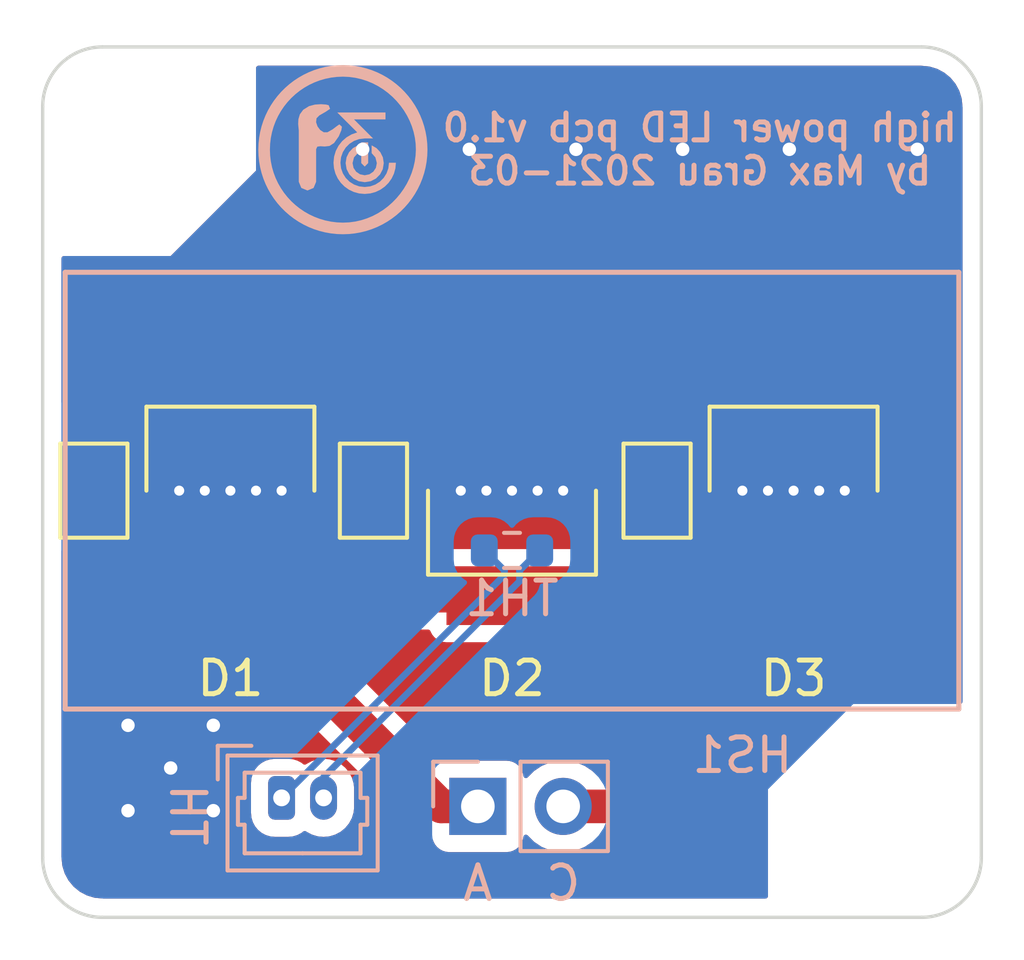
<source format=kicad_pcb>
(kicad_pcb (version 20171130) (host pcbnew 5.1.9-73d0e3b20d~88~ubuntu20.04.1)

  (general
    (thickness 1.6)
    (drawings 9)
    (tracks 46)
    (zones 0)
    (modules 13)
    (nets 8)
  )

  (page A4)
  (layers
    (0 F.Cu signal)
    (31 B.Cu signal)
    (32 B.Adhes user hide)
    (33 F.Adhes user hide)
    (34 B.Paste user hide)
    (35 F.Paste user hide)
    (36 B.SilkS user)
    (37 F.SilkS user)
    (38 B.Mask user hide)
    (39 F.Mask user hide)
    (40 Dwgs.User user)
    (41 Cmts.User user)
    (42 Eco1.User user)
    (43 Eco2.User user)
    (44 Edge.Cuts user)
    (45 Margin user)
    (46 B.CrtYd user)
    (47 F.CrtYd user)
    (48 B.Fab user hide)
    (49 F.Fab user hide)
  )

  (setup
    (last_trace_width 0.25)
    (user_trace_width 0.5)
    (user_trace_width 1)
    (trace_clearance 0.2)
    (zone_clearance 0.508)
    (zone_45_only no)
    (trace_min 0.2)
    (via_size 0.8)
    (via_drill 0.4)
    (via_min_size 0.4)
    (via_min_drill 0.3)
    (uvia_size 0.3)
    (uvia_drill 0.1)
    (uvias_allowed no)
    (uvia_min_size 0.2)
    (uvia_min_drill 0.1)
    (edge_width 0.1)
    (segment_width 0.2)
    (pcb_text_width 0.3)
    (pcb_text_size 1.5 1.5)
    (mod_edge_width 0.15)
    (mod_text_size 1 1)
    (mod_text_width 0.15)
    (pad_size 1.524 1.524)
    (pad_drill 0.762)
    (pad_to_mask_clearance 0)
    (aux_axis_origin 0 0)
    (grid_origin 134.874 104.14)
    (visible_elements FFFFFF7F)
    (pcbplotparams
      (layerselection 0x010fc_ffffffff)
      (usegerberextensions false)
      (usegerberattributes true)
      (usegerberadvancedattributes true)
      (creategerberjobfile true)
      (excludeedgelayer true)
      (linewidth 0.100000)
      (plotframeref false)
      (viasonmask false)
      (mode 1)
      (useauxorigin false)
      (hpglpennumber 1)
      (hpglpenspeed 20)
      (hpglpendiameter 15.000000)
      (psnegative false)
      (psa4output false)
      (plotreference true)
      (plotvalue true)
      (plotinvisibletext false)
      (padsonsilk false)
      (subtractmaskfromsilk false)
      (outputformat 1)
      (mirror false)
      (drillshape 1)
      (scaleselection 1)
      (outputdirectory ""))
  )

  (net 0 "")
  (net 1 "Net-(D1-Pad3)")
  (net 2 "Net-(D1-Pad1)")
  (net 3 "Net-(D2-Pad1)")
  (net 4 /Anode)
  (net 5 /Cathode)
  (net 6 /TH-)
  (net 7 /TH+)

  (net_class Default "This is the default net class."
    (clearance 0.2)
    (trace_width 0.25)
    (via_dia 0.8)
    (via_drill 0.4)
    (uvia_dia 0.3)
    (uvia_drill 0.1)
    (add_net /Anode)
    (add_net /Cathode)
    (add_net /TH+)
    (add_net /TH-)
    (add_net "Net-(D1-Pad1)")
    (add_net "Net-(D1-Pad3)")
    (add_net "Net-(D2-Pad1)")
  )

  (module extraFootprints:netz39-logo (layer B.Cu) (tedit 603E9229) (tstamp 603EF5D1)
    (at 129.794 93.98 180)
    (descr "Converted using: svg2mod -i netz39-logo-final.svg -f 0.075")
    (tags svg2mod)
    (attr virtual)
    (fp_text reference svg2mod (at 0 4.191 180) (layer B.SilkS) hide
      (effects (font (size 1.524 1.524) (thickness 0.3048)) (justify mirror))
    )
    (fp_text value G*** (at 0 -8.542312 180) (layer B.SilkS) hide
      (effects (font (size 1.524 1.524) (thickness 0.3048)) (justify mirror))
    )
    (fp_poly (pts (xy -0.046037 2.507907) (xy -1.093032 1.881237) (xy -0.933792 1.963832) (xy -0.767548 2.033279)
      (xy -0.594976 2.088744) (xy -0.41675 2.129394) (xy -0.233545 2.154394) (xy -0.046037 2.162913)
      (xy 0.132127 2.155709) (xy 0.30632 2.13447) (xy 0.475982 2.099755) (xy 0.640556 2.052124)
      (xy 0.799483 1.992136) (xy 0.952204 1.920352) (xy 1.098161 1.837332) (xy 1.236795 1.743634)
      (xy 1.367548 1.639818) (xy 1.489861 1.526445) (xy 1.603177 1.404073) (xy 1.706935 1.273263)
      (xy 1.800578 1.134574) (xy 1.883548 0.988566) (xy 1.955285 0.835799) (xy 2.015232 0.676831)
      (xy 2.062829 0.512224) (xy 2.097519 0.342536) (xy 2.118742 0.168327) (xy 2.125941 -0.009843)
      (xy 2.118743 -0.187979) (xy 2.097522 -0.362095) (xy 2.062836 -0.531641) (xy 2.015244 -0.696066)
      (xy 1.955303 -0.85482) (xy 1.883571 -1.007355) (xy 1.800608 -1.153119) (xy 1.706971 -1.291564)
      (xy 1.603218 -1.422139) (xy 1.489908 -1.544295) (xy 1.367599 -1.657481) (xy 1.236849 -1.761148)
      (xy 1.098216 -1.854747) (xy 0.952259 -1.937726) (xy 0.799535 -2.009538) (xy 0.640604 -2.06963)
      (xy 0.476022 -2.117455) (xy 0.30635 -2.152461) (xy 0.132144 -2.1741) (xy -0.046037 -2.18182)
      (xy -0.233431 -2.173854) (xy -0.416282 -2.1493) (xy -0.593959 -2.108999) (xy -0.765832 -2.053794)
      (xy -0.93127 -1.984526) (xy -1.089644 -1.902038) (xy -1.240323 -1.807173) (xy -1.382676 -1.700772)
      (xy -1.516074 -1.583676) (xy -1.639885 -1.45673) (xy -1.753479 -1.320774) (xy -1.856227 -1.176651)
      (xy -1.947497 -1.025202) (xy -2.026659 -0.867271) (xy -2.093084 -0.703698) (xy -2.14614 -0.535327)
      (xy -2.185197 -0.363) (xy -2.209624 -0.187557) (xy -2.218793 -0.009843) (xy -2.212008 0.167848)
      (xy -2.189446 0.343223) (xy -2.151783 0.515451) (xy -2.099693 0.683697) (xy -2.033852 0.847128)
      (xy -1.954933 1.004911) (xy -1.863612 1.156212) (xy -1.760564 1.300198) (xy -1.646463 1.436036)
      (xy -1.521985 1.562892) (xy -1.387804 1.679933) (xy -1.244594 1.786326) (xy -1.093032 1.881237)
      (xy -0.046037 2.507907) (xy -0.225839 2.501585) (xy -0.40223 2.482903) (xy -0.574783 2.452288)
      (xy -0.743073 2.410166) (xy -0.906673 2.356962) (xy -1.065158 2.293103) (xy -1.218101 2.219014)
      (xy -1.365075 2.135123) (xy -1.505656 2.041855) (xy -1.639417 1.939636) (xy -1.765931 1.828893)
      (xy -1.884773 1.710051) (xy -1.995517 1.583537) (xy -2.097735 1.449776) (xy -2.191003 1.309195)
      (xy -2.274895 1.162221) (xy -2.348983 1.009278) (xy -2.412842 0.850793) (xy -2.466046 0.687193)
      (xy -2.508168 0.518903) (xy -2.538784 0.34635) (xy -2.557465 0.169959) (xy -2.563787 -0.009843)
      (xy -2.557465 -0.189645) (xy -2.538784 -0.366035) (xy -2.508168 -0.538589) (xy -2.466046 -0.706878)
      (xy -2.412842 -0.870479) (xy -2.348983 -1.028963) (xy -2.274895 -1.181906) (xy -2.191003 -1.328881)
      (xy -2.097735 -1.469461) (xy -1.995517 -1.603222) (xy -1.884773 -1.729736) (xy -1.765931 -1.848578)
      (xy -1.639417 -1.959322) (xy -1.505656 -2.06154) (xy -1.365075 -2.154808) (xy -1.218101 -2.2387)
      (xy -1.065158 -2.312788) (xy -0.906673 -2.376647) (xy -0.743073 -2.429851) (xy -0.574783 -2.471973)
      (xy -0.40223 -2.502588) (xy -0.225839 -2.52127) (xy -0.046037 -2.527592) (xy 0.133764 -2.52127)
      (xy 0.310155 -2.502588) (xy 0.482708 -2.471973) (xy 0.650998 -2.429851) (xy 0.814598 -2.376647)
      (xy 0.973083 -2.312788) (xy 1.126026 -2.2387) (xy 1.273 -2.154808) (xy 1.413581 -2.06154)
      (xy 1.547342 -1.959322) (xy 1.673856 -1.848578) (xy 1.792698 -1.729736) (xy 1.903442 -1.603222)
      (xy 2.00566 -1.469461) (xy 2.098928 -1.328881) (xy 2.18282 -1.181906) (xy 2.256908 -1.028963)
      (xy 2.320767 -0.870479) (xy 2.373971 -0.706878) (xy 2.416094 -0.538589) (xy 2.446709 -0.366035)
      (xy 2.46539 -0.189645) (xy 2.471712 -0.009843) (xy 2.46539 0.169959) (xy 2.446709 0.34635)
      (xy 2.416094 0.518903) (xy 2.373971 0.687193) (xy 2.320767 0.850793) (xy 2.256908 1.009278)
      (xy 2.18282 1.162221) (xy 2.098928 1.309195) (xy 2.00566 1.449776) (xy 1.903442 1.583537)
      (xy 1.792698 1.710051) (xy 1.673856 1.828893) (xy 1.547342 1.939636) (xy 1.413581 2.041855)
      (xy 1.273 2.135123) (xy 1.126026 2.219014) (xy 0.973083 2.293103) (xy 0.814598 2.356962)
      (xy 0.650998 2.410166) (xy 0.482708 2.452288) (xy 0.310155 2.482903) (xy 0.133764 2.501585)
      (xy -0.046037 2.507907)) (layer B.SilkS) (width 0))
    (fp_poly (pts (xy 0.604843 1.343698) (xy 0.456615 1.333127) (xy 0.376652 1.313165) (xy 0.334871 1.205498)
      (xy 0.465127 1.118188) (xy 0.654659 1.008643) (xy 0.738685 0.923853) (xy 0.751306 0.806761)
      (xy 0.708815 0.682003) (xy 0.627508 0.574212) (xy 0.523675 0.508024) (xy 0.413613 0.508071)
      (xy 0.260145 0.594671) (xy 0.129571 0.694312) (xy 0.058471 0.742689) (xy -0.01786 0.673589)
      (xy -0.000194 0.567352) (xy 0.075821 0.386903) (xy 0.215955 0.187479) (xy 0.351757 0.100519)
      (xy 0.494297 0.083801) (xy 0.622368 0.092084) (xy 0.714763 0.080123) (xy 0.750274 0.002677)
      (xy 0.750274 -0.967133) (xy 0.825997 -1.14968) (xy 1.008595 -1.225279) (xy 1.191194 -1.14968)
      (xy 1.266917 -0.967133) (xy 1.266917 0.271845) (xy 1.266917 0.561101) (xy 1.274732 0.639872)
      (xy 1.285106 0.756967) (xy 1.278429 0.896288) (xy 1.235089 1.04174) (xy 1.135478 1.177227)
      (xy 0.959984 1.28665) (xy 0.785003 1.332127) (xy 0.604843 1.343698)) (layer B.SilkS) (width 0))
    (fp_poly (pts (xy -0.696004 -0.513649) (xy -0.592354 -0.409999) (xy -0.592354 0.208686) (xy -0.79885 0.208686)
      (xy -0.79885 -0.409999) (xy -0.696004 -0.513649)) (layer B.SilkS) (width 0))
    (fp_poly (pts (xy -0.696004 -0.978065) (xy -0.516511 -0.94909) (xy -0.360579 -0.868417) (xy -0.237586 -0.745425)
      (xy -0.156913 -0.589493) (xy -0.127938 -0.409999) (xy -0.154685 -0.237433) (xy -0.229393 -0.086305)
      (xy -0.343767 0.03515) (xy -0.489508 0.118696) (xy -0.489508 -0.114316) (xy -0.376819 -0.240518)
      (xy -0.334434 -0.409999) (xy -0.362868 -0.55068) (xy -0.440388 -0.665615) (xy -0.555323 -0.743135)
      (xy -0.696004 -0.771569) (xy -0.836559 -0.743135) (xy -0.951218 -0.665615) (xy -1.028462 -0.55068)
      (xy -1.05677 -0.409999) (xy -1.014603 -0.240606) (xy -0.9025 -0.114316) (xy -0.9025 0.118696)
      (xy -1.048023 0.03515) (xy -1.16213 -0.086305) (xy -1.236614 -0.237433) (xy -1.263266 -0.409999)
      (xy -1.234375 -0.589493) (xy -1.153901 -0.745425) (xy -1.031146 -0.868417) (xy -0.875414 -0.94909)
      (xy -0.696004 -0.978065)) (layer B.SilkS) (width 0))
    (fp_poly (pts (xy -1.31469 1.097831) (xy -1.31469 0.891334) (xy -0.377019 0.891334) (xy -0.490495 0.777744)
      (xy -0.604038 0.664221) (xy -0.717649 0.550767) (xy -0.831331 0.437383) (xy -0.945085 0.324072)
      (xy -0.695201 0.324072) (xy -0.529523 0.304959) (xy -0.377463 0.250523) (xy -0.243347 0.165119)
      (xy -0.131502 0.053103) (xy -0.046255 -0.08117) (xy 0.008066 -0.233345) (xy 0.027135 -0.399067)
      (xy 0.008066 -0.564744) (xy -0.046255 -0.716805) (xy -0.131502 -0.850921) (xy -0.243347 -0.962766)
      (xy -0.377463 -1.048013) (xy -0.529523 -1.102334) (xy -0.695201 -1.121403) (xy -0.860922 -1.102334)
      (xy -1.013097 -1.048013) (xy -1.147371 -0.962766) (xy -1.259387 -0.850921) (xy -1.34479 -0.716805)
      (xy -1.399226 -0.564744) (xy -1.41834 -0.399067) (xy -1.624836 -0.399067) (xy -1.609849 -0.566065)
      (xy -1.566642 -0.723227) (xy -1.497848 -0.867933) (xy -1.406101 -0.997564) (xy -1.294032 -1.109499)
      (xy -1.164275 -1.20112) (xy -1.019462 -1.269807) (xy -0.862226 -1.31294) (xy -0.695201 -1.327899)
      (xy -0.528202 -1.31294) (xy -0.371041 -1.269807) (xy -0.226335 -1.20112) (xy -0.096704 -1.109499)
      (xy 0.015231 -0.997564) (xy 0.106852 -0.867933) (xy 0.175539 -0.723227) (xy 0.218672 -0.566065)
      (xy 0.233631 -0.399067) (xy 0.215793 -0.216866) (xy 0.164562 -0.046636) (xy 0.083362 0.10817)
      (xy -0.024382 0.244096) (xy -0.155246 0.357688) (xy -0.305805 0.445492) (xy -0.472634 0.504053)
      (xy 0.121947 1.097831) (xy -1.31469 1.097831)) (layer B.SilkS) (width 0))
  )

  (module Heatsink:Heatsink_AAVID_573300D00010G_TO-263 (layer B.Cu) (tedit 5BE6CFB0) (tstamp 603E8334)
    (at 134.874 104.14 180)
    (descr "Heatsink, 12.70mm x 26.16mm x 10.16, SMD, 18K/W, TO-263, D2 Pak, https://www.shopaavid.com/Product/573300D00000G")
    (tags "Heatsink AAVID TO-263 D2 Pak")
    (path /602B8592)
    (attr smd)
    (fp_text reference HS1 (at -6.858 -7.874) (layer B.SilkS)
      (effects (font (size 1 1) (thickness 0.15)) (justify mirror))
    )
    (fp_text value Heatsink_Pad (at 0 -8) (layer B.Fab)
      (effects (font (size 1 1) (thickness 0.15)) (justify mirror))
    )
    (fp_line (start -13.5 7.2) (end -13.5 -7.2) (layer B.CrtYd) (width 0.05))
    (fp_line (start -13.5 -7.2) (end 13.5 -7.2) (layer B.CrtYd) (width 0.05))
    (fp_line (start 13.5 -7.2) (end 13.5 7.2) (layer B.CrtYd) (width 0.05))
    (fp_line (start 13.5 7.2) (end -13.5 7.2) (layer B.CrtYd) (width 0.05))
    (fp_line (start -8.15 -7.1) (end 8.15 -7.1) (layer Dwgs.User) (width 0.15))
    (fp_line (start 8.15 -7.1) (end 8.15 7.1) (layer Dwgs.User) (width 0.15))
    (fp_line (start -8.15 -7.1) (end -8.15 7.1) (layer Dwgs.User) (width 0.15))
    (fp_line (start -8.15 7.1) (end 8.15 7.1) (layer Dwgs.User) (width 0.15))
    (fp_line (start -13.3 -6.5) (end 13.3 -6.5) (layer B.SilkS) (width 0.15))
    (fp_line (start -13.3 6.5) (end 13.3 6.5) (layer B.SilkS) (width 0.15))
    (fp_line (start -13.3 -6.5) (end -13.3 6.5) (layer B.SilkS) (width 0.15))
    (fp_line (start 13.3 6.5) (end 13.3 -6.5) (layer B.SilkS) (width 0.15))
    (fp_line (start 7.5 -6.35) (end 7.5 6.35) (layer B.Fab) (width 0.15))
    (fp_line (start -7.5 -6.35) (end -7.5 6.35) (layer B.Fab) (width 0.15))
    (fp_line (start 6.35 -6.35) (end 6.35 6.35) (layer B.Fab) (width 0.15))
    (fp_line (start -6.35 -6.35) (end -6.35 6.35) (layer B.Fab) (width 0.15))
    (fp_line (start 13.08 6.35) (end 13.08 -6.35) (layer B.Fab) (width 0.15))
    (fp_line (start -13.08 -6.35) (end -13.08 6.35) (layer B.Fab) (width 0.15))
    (fp_line (start -13.08 6.35) (end 13.08 6.35) (layer B.Fab) (width 0.15))
    (fp_line (start -13.08 -6.35) (end 13.08 -6.35) (layer B.Fab) (width 0.15))
    (fp_text user Recommended (at 0.24 4.84) (layer Dwgs.User)
      (effects (font (size 1 1) (thickness 0.15)))
    )
    (fp_text user "Heat Spreader" (at 0.32 3.39) (layer Dwgs.User)
      (effects (font (size 1 1) (thickness 0.15)))
    )
    (fp_text user "Drain Pad" (at -1.32 1.94) (layer Dwgs.User)
      (effects (font (size 1 1) (thickness 0.15)))
    )
    (fp_text user %R (at 0.75 -0.07) (layer B.Fab)
      (effects (font (size 1 1) (thickness 0.15)) (justify mirror))
    )
    (pad 1 smd rect (at -6.92 0 180) (size 1.85 13.7) (layers B.Cu B.Paste B.Mask)
      (net 1 "Net-(D1-Pad3)"))
    (pad 1 smd rect (at 6.92 0 180) (size 1.85 13.7) (layers B.Cu B.Paste B.Mask)
      (net 1 "Net-(D1-Pad3)"))
    (model ${KISYS3DMOD}/Heatsink.3dshapes/Heatsink_AAVID_573300D00010G_TO-263.wrl
      (at (xyz 0 0 0))
      (scale (xyz 1 1 1))
      (rotate (xyz 0 0 0))
    )
  )

  (module Connector_PinHeader_2.54mm:PinHeader_1x02_P2.54mm_Vertical (layer B.Cu) (tedit 59FED5CC) (tstamp 603E817D)
    (at 133.858 113.538 270)
    (descr "Through hole straight pin header, 1x02, 2.54mm pitch, single row")
    (tags "Through hole pin header THT 1x02 2.54mm single row")
    (path /602C1EF5)
    (fp_text reference J1 (at 0 2.33 270) (layer B.SilkS) hide
      (effects (font (size 1 1) (thickness 0.15)) (justify mirror))
    )
    (fp_text value LED (at 0 -4.87 270) (layer B.Fab)
      (effects (font (size 1 1) (thickness 0.15)) (justify mirror))
    )
    (fp_line (start 1.8 1.8) (end -1.8 1.8) (layer B.CrtYd) (width 0.05))
    (fp_line (start 1.8 -4.35) (end 1.8 1.8) (layer B.CrtYd) (width 0.05))
    (fp_line (start -1.8 -4.35) (end 1.8 -4.35) (layer B.CrtYd) (width 0.05))
    (fp_line (start -1.8 1.8) (end -1.8 -4.35) (layer B.CrtYd) (width 0.05))
    (fp_line (start -1.33 1.33) (end 0 1.33) (layer B.SilkS) (width 0.12))
    (fp_line (start -1.33 0) (end -1.33 1.33) (layer B.SilkS) (width 0.12))
    (fp_line (start -1.33 -1.27) (end 1.33 -1.27) (layer B.SilkS) (width 0.12))
    (fp_line (start 1.33 -1.27) (end 1.33 -3.87) (layer B.SilkS) (width 0.12))
    (fp_line (start -1.33 -1.27) (end -1.33 -3.87) (layer B.SilkS) (width 0.12))
    (fp_line (start -1.33 -3.87) (end 1.33 -3.87) (layer B.SilkS) (width 0.12))
    (fp_line (start -1.27 0.635) (end -0.635 1.27) (layer B.Fab) (width 0.1))
    (fp_line (start -1.27 -3.81) (end -1.27 0.635) (layer B.Fab) (width 0.1))
    (fp_line (start 1.27 -3.81) (end -1.27 -3.81) (layer B.Fab) (width 0.1))
    (fp_line (start 1.27 1.27) (end 1.27 -3.81) (layer B.Fab) (width 0.1))
    (fp_line (start -0.635 1.27) (end 1.27 1.27) (layer B.Fab) (width 0.1))
    (fp_text user %R (at 0 -1.27) (layer B.Fab)
      (effects (font (size 1 1) (thickness 0.15)) (justify mirror))
    )
    (fp_text user A (at 2.286 0) (layer B.SilkS)
      (effects (font (size 1 1) (thickness 0.15)) (justify mirror))
    )
    (fp_text user C (at 2.286 -2.54 180) (layer B.SilkS)
      (effects (font (size 1 1) (thickness 0.15)) (justify mirror))
    )
    (pad 2 thru_hole oval (at 0 -2.54 270) (size 1.7 1.7) (drill 1) (layers *.Cu *.Mask)
      (net 5 /Cathode))
    (pad 1 thru_hole rect (at 0 0 270) (size 1.7 1.7) (drill 1) (layers *.Cu *.Mask)
      (net 4 /Anode))
    (model ${KISYS3DMOD}/Connector_PinHeader_2.54mm.3dshapes/PinHeader_1x02_P2.54mm_Vertical.wrl
      (at (xyz 0 0 0))
      (scale (xyz 1 1 1))
      (rotate (xyz 0 0 0))
    )
  )

  (module Resistor_SMD:R_0603_1608Metric (layer B.Cu) (tedit 5F68FEEE) (tstamp 603E81F2)
    (at 134.874 105.918)
    (descr "Resistor SMD 0603 (1608 Metric), square (rectangular) end terminal, IPC_7351 nominal, (Body size source: IPC-SM-782 page 72, https://www.pcb-3d.com/wordpress/wp-content/uploads/ipc-sm-782a_amendment_1_and_2.pdf), generated with kicad-footprint-generator")
    (tags resistor)
    (path /602BA374)
    (attr smd)
    (fp_text reference TH1 (at 0 1.43) (layer B.SilkS)
      (effects (font (size 1 1) (thickness 0.15)) (justify mirror))
    )
    (fp_text value Thermistor (at 0 -1.43) (layer B.Fab)
      (effects (font (size 1 1) (thickness 0.15)) (justify mirror))
    )
    (fp_line (start -0.8 -0.4125) (end -0.8 0.4125) (layer B.Fab) (width 0.1))
    (fp_line (start -0.8 0.4125) (end 0.8 0.4125) (layer B.Fab) (width 0.1))
    (fp_line (start 0.8 0.4125) (end 0.8 -0.4125) (layer B.Fab) (width 0.1))
    (fp_line (start 0.8 -0.4125) (end -0.8 -0.4125) (layer B.Fab) (width 0.1))
    (fp_line (start -0.237258 0.5225) (end 0.237258 0.5225) (layer B.SilkS) (width 0.12))
    (fp_line (start -0.237258 -0.5225) (end 0.237258 -0.5225) (layer B.SilkS) (width 0.12))
    (fp_line (start -1.48 -0.73) (end -1.48 0.73) (layer B.CrtYd) (width 0.05))
    (fp_line (start -1.48 0.73) (end 1.48 0.73) (layer B.CrtYd) (width 0.05))
    (fp_line (start 1.48 0.73) (end 1.48 -0.73) (layer B.CrtYd) (width 0.05))
    (fp_line (start 1.48 -0.73) (end -1.48 -0.73) (layer B.CrtYd) (width 0.05))
    (fp_text user %R (at 0 0) (layer B.Fab)
      (effects (font (size 0.4 0.4) (thickness 0.06)) (justify mirror))
    )
    (pad 2 smd roundrect (at 0.825 0) (size 0.8 0.95) (layers B.Cu B.Paste B.Mask) (roundrect_rratio 0.25)
      (net 6 /TH-))
    (pad 1 smd roundrect (at -0.825 0) (size 0.8 0.95) (layers B.Cu B.Paste B.Mask) (roundrect_rratio 0.25)
      (net 7 /TH+))
    (model ${KISYS3DMOD}/Resistor_SMD.3dshapes/R_0603_1608Metric.wrl
      (at (xyz 0 0 0))
      (scale (xyz 1 1 1))
      (rotate (xyz 0 0 0))
    )
  )

  (module Jumper:SolderJumper-2_P1.3mm_Open_TrianglePad1.0x1.5mm (layer F.Cu) (tedit 5A64794F) (tstamp 603E81E1)
    (at 139.192 104.14 90)
    (descr "SMD Solder Jumper, 1x1.5mm Triangular Pads, 0.3mm gap, open")
    (tags "solder jumper open")
    (path /602B5BED)
    (attr virtual)
    (fp_text reference JP3 (at 0 -1.8 90) (layer F.SilkS) hide
      (effects (font (size 1 1) (thickness 0.15)))
    )
    (fp_text value SolderJumper_2_Open (at 0 1.9 90) (layer F.Fab)
      (effects (font (size 1 1) (thickness 0.15)))
    )
    (fp_line (start -1.4 1) (end -1.4 -1) (layer F.SilkS) (width 0.12))
    (fp_line (start 1.4 1) (end -1.4 1) (layer F.SilkS) (width 0.12))
    (fp_line (start 1.4 -1) (end 1.4 1) (layer F.SilkS) (width 0.12))
    (fp_line (start -1.4 -1) (end 1.4 -1) (layer F.SilkS) (width 0.12))
    (fp_line (start -1.65 -1.25) (end 1.65 -1.25) (layer F.CrtYd) (width 0.05))
    (fp_line (start -1.65 -1.25) (end -1.65 1.25) (layer F.CrtYd) (width 0.05))
    (fp_line (start 1.65 1.25) (end 1.65 -1.25) (layer F.CrtYd) (width 0.05))
    (fp_line (start 1.65 1.25) (end -1.65 1.25) (layer F.CrtYd) (width 0.05))
    (pad 1 smd custom (at -0.725 0 90) (size 0.3 0.3) (layers F.Cu F.Mask)
      (net 3 "Net-(D2-Pad1)") (zone_connect 2)
      (options (clearance outline) (anchor rect))
      (primitives
        (gr_poly (pts
           (xy -0.5 -0.75) (xy 0.5 -0.75) (xy 1 0) (xy 0.5 0.75) (xy -0.5 0.75)
) (width 0))
      ))
    (pad 2 smd custom (at 0.725 0 90) (size 0.3 0.3) (layers F.Cu F.Mask)
      (net 5 /Cathode) (zone_connect 2)
      (options (clearance outline) (anchor rect))
      (primitives
        (gr_poly (pts
           (xy -0.65 -0.75) (xy 0.5 -0.75) (xy 0.5 0.75) (xy -0.65 0.75) (xy -0.15 0)
) (width 0))
      ))
  )

  (module Jumper:SolderJumper-2_P1.3mm_Open_TrianglePad1.0x1.5mm (layer F.Cu) (tedit 5A64794F) (tstamp 603E81D3)
    (at 130.75 104.14 270)
    (descr "SMD Solder Jumper, 1x1.5mm Triangular Pads, 0.3mm gap, open")
    (tags "solder jumper open")
    (path /602B419C)
    (attr virtual)
    (fp_text reference JP2 (at 0 -1.8 90) (layer F.SilkS) hide
      (effects (font (size 1 1) (thickness 0.15)))
    )
    (fp_text value SolderJumper_2_Open (at 0 1.9 90) (layer F.Fab)
      (effects (font (size 1 1) (thickness 0.15)))
    )
    (fp_line (start -1.4 1) (end -1.4 -1) (layer F.SilkS) (width 0.12))
    (fp_line (start 1.4 1) (end -1.4 1) (layer F.SilkS) (width 0.12))
    (fp_line (start 1.4 -1) (end 1.4 1) (layer F.SilkS) (width 0.12))
    (fp_line (start -1.4 -1) (end 1.4 -1) (layer F.SilkS) (width 0.12))
    (fp_line (start -1.65 -1.25) (end 1.65 -1.25) (layer F.CrtYd) (width 0.05))
    (fp_line (start -1.65 -1.25) (end -1.65 1.25) (layer F.CrtYd) (width 0.05))
    (fp_line (start 1.65 1.25) (end 1.65 -1.25) (layer F.CrtYd) (width 0.05))
    (fp_line (start 1.65 1.25) (end -1.65 1.25) (layer F.CrtYd) (width 0.05))
    (pad 1 smd custom (at -0.725 0 270) (size 0.3 0.3) (layers F.Cu F.Mask)
      (net 2 "Net-(D1-Pad1)") (zone_connect 2)
      (options (clearance outline) (anchor rect))
      (primitives
        (gr_poly (pts
           (xy -0.5 -0.75) (xy 0.5 -0.75) (xy 1 0) (xy 0.5 0.75) (xy -0.5 0.75)
) (width 0))
      ))
    (pad 2 smd custom (at 0.725 0 270) (size 0.3 0.3) (layers F.Cu F.Mask)
      (net 3 "Net-(D2-Pad1)") (zone_connect 2)
      (options (clearance outline) (anchor rect))
      (primitives
        (gr_poly (pts
           (xy -0.65 -0.75) (xy 0.5 -0.75) (xy 0.5 0.75) (xy -0.65 0.75) (xy -0.15 0)
) (width 0))
      ))
  )

  (module Jumper:SolderJumper-2_P1.3mm_Open_TrianglePad1.0x1.5mm (layer F.Cu) (tedit 5A64794F) (tstamp 603E81C5)
    (at 122.428 104.14 90)
    (descr "SMD Solder Jumper, 1x1.5mm Triangular Pads, 0.3mm gap, open")
    (tags "solder jumper open")
    (path /602B6896)
    (attr virtual)
    (fp_text reference JP1 (at 0 -1.8 90) (layer F.SilkS) hide
      (effects (font (size 1 1) (thickness 0.15)))
    )
    (fp_text value SolderJumper_2_Open (at 0 1.9 90) (layer F.Fab)
      (effects (font (size 1 1) (thickness 0.15)))
    )
    (fp_line (start -1.4 1) (end -1.4 -1) (layer F.SilkS) (width 0.12))
    (fp_line (start 1.4 1) (end -1.4 1) (layer F.SilkS) (width 0.12))
    (fp_line (start 1.4 -1) (end 1.4 1) (layer F.SilkS) (width 0.12))
    (fp_line (start -1.4 -1) (end 1.4 -1) (layer F.SilkS) (width 0.12))
    (fp_line (start -1.65 -1.25) (end 1.65 -1.25) (layer F.CrtYd) (width 0.05))
    (fp_line (start -1.65 -1.25) (end -1.65 1.25) (layer F.CrtYd) (width 0.05))
    (fp_line (start 1.65 1.25) (end 1.65 -1.25) (layer F.CrtYd) (width 0.05))
    (fp_line (start 1.65 1.25) (end -1.65 1.25) (layer F.CrtYd) (width 0.05))
    (pad 1 smd custom (at -0.725 0 90) (size 0.3 0.3) (layers F.Cu F.Mask)
      (net 4 /Anode) (zone_connect 2)
      (options (clearance outline) (anchor rect))
      (primitives
        (gr_poly (pts
           (xy -0.5 -0.75) (xy 0.5 -0.75) (xy 1 0) (xy 0.5 0.75) (xy -0.5 0.75)
) (width 0))
      ))
    (pad 2 smd custom (at 0.725 0 90) (size 0.3 0.3) (layers F.Cu F.Mask)
      (net 2 "Net-(D1-Pad1)") (zone_connect 2)
      (options (clearance outline) (anchor rect))
      (primitives
        (gr_poly (pts
           (xy -0.65 -0.75) (xy 0.5 -0.75) (xy 0.5 0.75) (xy -0.65 0.75) (xy -0.15 0)
) (width 0))
      ))
  )

  (module Connector_Molex:Molex_PicoBlade_53047-0210_1x02_P1.25mm_Vertical (layer B.Cu) (tedit 5B783167) (tstamp 603E81B7)
    (at 128.016 113.284)
    (descr "Molex PicoBlade Connector System, 53047-0210, 2 Pins per row (http://www.molex.com/pdm_docs/sd/530470610_sd.pdf), generated with kicad-footprint-generator")
    (tags "connector Molex PicoBlade side entry")
    (path /602C273F)
    (fp_text reference J2 (at 0.62 3.25) (layer B.SilkS) hide
      (effects (font (size 1 1) (thickness 0.15)) (justify mirror))
    )
    (fp_text value TH (at -2.794 0.508 -90 unlocked) (layer B.SilkS)
      (effects (font (size 1 1) (thickness 0.15)) (justify mirror))
    )
    (fp_line (start -1.5 2.05) (end -1.5 -1.15) (layer B.Fab) (width 0.1))
    (fp_line (start -1.5 -1.15) (end 2.75 -1.15) (layer B.Fab) (width 0.1))
    (fp_line (start 2.75 -1.15) (end 2.75 2.05) (layer B.Fab) (width 0.1))
    (fp_line (start 2.75 2.05) (end -1.5 2.05) (layer B.Fab) (width 0.1))
    (fp_line (start -1.61 2.16) (end -1.61 -1.26) (layer B.SilkS) (width 0.12))
    (fp_line (start -1.61 -1.26) (end 2.86 -1.26) (layer B.SilkS) (width 0.12))
    (fp_line (start 2.86 -1.26) (end 2.86 2.16) (layer B.SilkS) (width 0.12))
    (fp_line (start 2.86 2.16) (end -1.61 2.16) (layer B.SilkS) (width 0.12))
    (fp_line (start 0.625 -0.75) (end -1.1 -0.75) (layer B.SilkS) (width 0.12))
    (fp_line (start -1.1 -0.75) (end -1.1 0) (layer B.SilkS) (width 0.12))
    (fp_line (start -1.1 0) (end -1.3 0) (layer B.SilkS) (width 0.12))
    (fp_line (start -1.3 0) (end -1.3 0.8) (layer B.SilkS) (width 0.12))
    (fp_line (start -1.3 0.8) (end -1.1 0.8) (layer B.SilkS) (width 0.12))
    (fp_line (start -1.1 0.8) (end -1.1 1.65) (layer B.SilkS) (width 0.12))
    (fp_line (start -1.1 1.65) (end 0.625 1.65) (layer B.SilkS) (width 0.12))
    (fp_line (start 0.625 -0.75) (end 2.35 -0.75) (layer B.SilkS) (width 0.12))
    (fp_line (start 2.35 -0.75) (end 2.35 0) (layer B.SilkS) (width 0.12))
    (fp_line (start 2.35 0) (end 2.55 0) (layer B.SilkS) (width 0.12))
    (fp_line (start 2.55 0) (end 2.55 0.8) (layer B.SilkS) (width 0.12))
    (fp_line (start 2.55 0.8) (end 2.35 0.8) (layer B.SilkS) (width 0.12))
    (fp_line (start 2.35 0.8) (end 2.35 1.65) (layer B.SilkS) (width 0.12))
    (fp_line (start 2.35 1.65) (end 0.625 1.65) (layer B.SilkS) (width 0.12))
    (fp_line (start -1.9 -1.55) (end -1.9 -0.55) (layer B.SilkS) (width 0.12))
    (fp_line (start -1.9 -1.55) (end -0.9 -1.55) (layer B.SilkS) (width 0.12))
    (fp_line (start -0.5 -1.15) (end 0 -0.442893) (layer B.Fab) (width 0.1))
    (fp_line (start 0 -0.442893) (end 0.5 -1.15) (layer B.Fab) (width 0.1))
    (fp_line (start -2 2.55) (end -2 -1.65) (layer B.CrtYd) (width 0.05))
    (fp_line (start -2 -1.65) (end 3.25 -1.65) (layer B.CrtYd) (width 0.05))
    (fp_line (start 3.25 -1.65) (end 3.25 2.55) (layer B.CrtYd) (width 0.05))
    (fp_line (start 3.25 2.55) (end -2 2.55) (layer B.CrtYd) (width 0.05))
    (fp_text user %R (at 0.62 1.35) (layer B.Fab)
      (effects (font (size 1 1) (thickness 0.15)) (justify mirror))
    )
    (pad 2 thru_hole oval (at 1.25 0) (size 0.8 1.3) (drill 0.5) (layers *.Cu *.Mask)
      (net 6 /TH-))
    (pad 1 thru_hole roundrect (at 0 0) (size 0.8 1.3) (drill 0.5) (layers *.Cu *.Mask) (roundrect_rratio 0.25)
      (net 7 /TH+))
    (model ${KISYS3DMOD}/Connector_Molex.3dshapes/Molex_PicoBlade_53047-0210_1x02_P1.25mm_Vertical.wrl
      (at (xyz 0 0 0))
      (scale (xyz 1 1 1))
      (rotate (xyz 0 0 0))
    )
  )

  (module MountingHole:MountingHole_2.7mm_M2.5_ISO14580 (layer F.Cu) (tedit 56D1B4CB) (tstamp 603E814A)
    (at 145.669 113.665)
    (descr "Mounting Hole 2.7mm, no annular, M2.5, ISO14580")
    (tags "mounting hole 2.7mm no annular m2.5 iso14580")
    (path /602C4749)
    (attr virtual)
    (fp_text reference H2 (at 0 -3.25) (layer F.SilkS) hide
      (effects (font (size 1 1) (thickness 0.15)))
    )
    (fp_text value MountingHole (at 0 3.25) (layer F.Fab)
      (effects (font (size 1 1) (thickness 0.15)))
    )
    (fp_circle (center 0 0) (end 2.25 0) (layer Cmts.User) (width 0.15))
    (fp_circle (center 0 0) (end 2.5 0) (layer F.CrtYd) (width 0.05))
    (fp_text user %R (at 0.3 0) (layer F.Fab)
      (effects (font (size 1 1) (thickness 0.15)))
    )
    (pad 1 np_thru_hole circle (at 0 0) (size 2.7 2.7) (drill 2.7) (layers *.Cu *.Mask))
  )

  (module MountingHole:MountingHole_2.7mm_M2.5_ISO14580 (layer F.Cu) (tedit 56D1B4CB) (tstamp 603E8142)
    (at 124.079 94.107)
    (descr "Mounting Hole 2.7mm, no annular, M2.5, ISO14580")
    (tags "mounting hole 2.7mm no annular m2.5 iso14580")
    (path /602C46DF)
    (attr virtual)
    (fp_text reference H1 (at 0 -3.25) (layer F.SilkS) hide
      (effects (font (size 1 1) (thickness 0.15)))
    )
    (fp_text value MountingHole (at 0 3.25) (layer F.Fab)
      (effects (font (size 1 1) (thickness 0.15)))
    )
    (fp_circle (center 0 0) (end 2.25 0) (layer Cmts.User) (width 0.15))
    (fp_circle (center 0 0) (end 2.5 0) (layer F.CrtYd) (width 0.05))
    (fp_text user %R (at 0.3 0) (layer F.Fab)
      (effects (font (size 1 1) (thickness 0.15)))
    )
    (pad 1 np_thru_hole circle (at 0 0) (size 2.7 2.7) (drill 2.7) (layers *.Cu *.Mask))
  )

  (module extraFootprints:Cree-XLamp-MX6 (layer F.Cu) (tedit 5F384B87) (tstamp 603E813A)
    (at 143.256 104.14 90)
    (path /602B35BF)
    (fp_text reference D3 (at -5.588 0 180) (layer F.SilkS)
      (effects (font (size 1 1) (thickness 0.15)))
    )
    (fp_text value LED_PAD (at 0 3.75 90) (layer F.Fab)
      (effects (font (size 1 1) (thickness 0.15)))
    )
    (fp_line (start 2.5 -2.5) (end 2.5 2.5) (layer F.SilkS) (width 0.12))
    (fp_line (start 2.5 2.5) (end 0 2.5) (layer F.SilkS) (width 0.12))
    (fp_line (start 2.5 -2.5) (end 0 -2.5) (layer F.SilkS) (width 0.12))
    (fp_line (start 0 -2.75) (end 4.75 -2.75) (layer F.CrtYd) (width 0.12))
    (fp_line (start 4.75 -2.75) (end 4.75 2.75) (layer F.CrtYd) (width 0.12))
    (fp_line (start 4.75 2.75) (end -4.75 2.75) (layer F.CrtYd) (width 0.12))
    (fp_line (start -4.75 2.75) (end -4.75 -2.75) (layer F.CrtYd) (width 0.12))
    (fp_line (start -4.75 -2.75) (end 0 -2.75) (layer F.CrtYd) (width 0.12))
    (pad 3 thru_hole circle (at 0 -1.524 90) (size 0.6 0.6) (drill 0.3) (layers *.Cu *.Mask)
      (net 1 "Net-(D1-Pad3)"))
    (pad 3 thru_hole circle (at 0 -0.762 90) (size 0.6 0.6) (drill 0.3) (layers *.Cu *.Mask)
      (net 1 "Net-(D1-Pad3)"))
    (pad 3 thru_hole circle (at 0 1.524 90) (size 0.6 0.6) (drill 0.3) (layers *.Cu *.Mask)
      (net 1 "Net-(D1-Pad3)"))
    (pad 3 thru_hole circle (at 0 0.762 90) (size 0.6 0.6) (drill 0.3) (layers *.Cu *.Mask)
      (net 1 "Net-(D1-Pad3)"))
    (pad 3 thru_hole circle (at 0 0 90) (size 0.6 0.6) (drill 0.3) (layers *.Cu *.Mask)
      (net 1 "Net-(D1-Pad3)"))
    (pad 2 smd rect (at -3.125 0 90) (size 1.75 3.9) (layers F.Cu F.Paste F.Mask)
      (net 3 "Net-(D2-Pad1)"))
    (pad 1 smd rect (at 3.125 0 90) (size 1.75 3.9) (layers F.Cu F.Paste F.Mask)
      (net 5 /Cathode))
    (pad 3 smd rect (at 0 0 90) (size 1.1 3.9) (layers F.Cu F.Paste F.Mask)
      (net 1 "Net-(D1-Pad3)"))
  )

  (module extraFootprints:Cree-XLamp-MX6 (layer F.Cu) (tedit 5F384B87) (tstamp 603E8126)
    (at 134.874 104.14 270)
    (path /602B2FF1)
    (fp_text reference D2 (at 5.588 0 180) (layer F.SilkS)
      (effects (font (size 1 1) (thickness 0.15)))
    )
    (fp_text value LED_PAD (at 0 3.75 90) (layer F.Fab)
      (effects (font (size 1 1) (thickness 0.15)))
    )
    (fp_line (start 2.5 -2.5) (end 2.5 2.5) (layer F.SilkS) (width 0.12))
    (fp_line (start 2.5 2.5) (end 0 2.5) (layer F.SilkS) (width 0.12))
    (fp_line (start 2.5 -2.5) (end 0 -2.5) (layer F.SilkS) (width 0.12))
    (fp_line (start 0 -2.75) (end 4.75 -2.75) (layer F.CrtYd) (width 0.12))
    (fp_line (start 4.75 -2.75) (end 4.75 2.75) (layer F.CrtYd) (width 0.12))
    (fp_line (start 4.75 2.75) (end -4.75 2.75) (layer F.CrtYd) (width 0.12))
    (fp_line (start -4.75 2.75) (end -4.75 -2.75) (layer F.CrtYd) (width 0.12))
    (fp_line (start -4.75 -2.75) (end 0 -2.75) (layer F.CrtYd) (width 0.12))
    (pad 3 thru_hole circle (at 0 -1.524 270) (size 0.6 0.6) (drill 0.3) (layers *.Cu *.Mask)
      (net 1 "Net-(D1-Pad3)"))
    (pad 3 thru_hole circle (at 0 -0.762 270) (size 0.6 0.6) (drill 0.3) (layers *.Cu *.Mask)
      (net 1 "Net-(D1-Pad3)"))
    (pad 3 thru_hole circle (at 0 1.524 270) (size 0.6 0.6) (drill 0.3) (layers *.Cu *.Mask)
      (net 1 "Net-(D1-Pad3)"))
    (pad 3 thru_hole circle (at 0 0.762 270) (size 0.6 0.6) (drill 0.3) (layers *.Cu *.Mask)
      (net 1 "Net-(D1-Pad3)"))
    (pad 3 thru_hole circle (at 0 0 270) (size 0.6 0.6) (drill 0.3) (layers *.Cu *.Mask)
      (net 1 "Net-(D1-Pad3)"))
    (pad 2 smd rect (at -3.125 0 270) (size 1.75 3.9) (layers F.Cu F.Paste F.Mask)
      (net 2 "Net-(D1-Pad1)"))
    (pad 1 smd rect (at 3.125 0 270) (size 1.75 3.9) (layers F.Cu F.Paste F.Mask)
      (net 3 "Net-(D2-Pad1)"))
    (pad 3 smd rect (at 0 0 270) (size 1.1 3.9) (layers F.Cu F.Paste F.Mask)
      (net 1 "Net-(D1-Pad3)"))
  )

  (module extraFootprints:Cree-XLamp-MX6 (layer F.Cu) (tedit 5F384B87) (tstamp 603E8112)
    (at 126.492 104.14 90)
    (path /602B1BC1)
    (fp_text reference D1 (at -5.588 0 180) (layer F.SilkS)
      (effects (font (size 1 1) (thickness 0.15)))
    )
    (fp_text value LED_PAD (at 0 3.75 90) (layer F.Fab)
      (effects (font (size 1 1) (thickness 0.15)))
    )
    (fp_line (start 2.5 -2.5) (end 2.5 2.5) (layer F.SilkS) (width 0.12))
    (fp_line (start 2.5 2.5) (end 0 2.5) (layer F.SilkS) (width 0.12))
    (fp_line (start 2.5 -2.5) (end 0 -2.5) (layer F.SilkS) (width 0.12))
    (fp_line (start 0 -2.75) (end 4.75 -2.75) (layer F.CrtYd) (width 0.12))
    (fp_line (start 4.75 -2.75) (end 4.75 2.75) (layer F.CrtYd) (width 0.12))
    (fp_line (start 4.75 2.75) (end -4.75 2.75) (layer F.CrtYd) (width 0.12))
    (fp_line (start -4.75 2.75) (end -4.75 -2.75) (layer F.CrtYd) (width 0.12))
    (fp_line (start -4.75 -2.75) (end 0 -2.75) (layer F.CrtYd) (width 0.12))
    (pad 3 thru_hole circle (at 0 -1.524 90) (size 0.6 0.6) (drill 0.3) (layers *.Cu *.Mask)
      (net 1 "Net-(D1-Pad3)"))
    (pad 3 thru_hole circle (at 0 -0.762 90) (size 0.6 0.6) (drill 0.3) (layers *.Cu *.Mask)
      (net 1 "Net-(D1-Pad3)"))
    (pad 3 thru_hole circle (at 0 1.524 90) (size 0.6 0.6) (drill 0.3) (layers *.Cu *.Mask)
      (net 1 "Net-(D1-Pad3)"))
    (pad 3 thru_hole circle (at 0 0.762 90) (size 0.6 0.6) (drill 0.3) (layers *.Cu *.Mask)
      (net 1 "Net-(D1-Pad3)"))
    (pad 3 thru_hole circle (at 0 0 90) (size 0.6 0.6) (drill 0.3) (layers *.Cu *.Mask)
      (net 1 "Net-(D1-Pad3)"))
    (pad 2 smd rect (at -3.125 0 90) (size 1.75 3.9) (layers F.Cu F.Paste F.Mask)
      (net 4 /Anode))
    (pad 1 smd rect (at 3.125 0 90) (size 1.75 3.9) (layers F.Cu F.Paste F.Mask)
      (net 2 "Net-(D1-Pad1)"))
    (pad 3 smd rect (at 0 0 90) (size 1.1 3.9) (layers F.Cu F.Paste F.Mask)
      (net 1 "Net-(D1-Pad3)"))
  )

  (gr_text "high power LED pcb v1.0\nby Max Grau 2021-03" (at 140.462 93.98) (layer B.SilkS)
    (effects (font (size 0.8 0.8) (thickness 0.15)) (justify mirror))
  )
  (gr_arc (start 147.066 92.71) (end 148.844 92.71) (angle -90) (layer Edge.Cuts) (width 0.1))
  (gr_arc (start 147.066 115.062) (end 147.066 116.84) (angle -90) (layer Edge.Cuts) (width 0.1))
  (gr_arc (start 122.682 115.062) (end 120.904 115.062) (angle -90) (layer Edge.Cuts) (width 0.1))
  (gr_arc (start 122.682 92.71) (end 122.682 90.932) (angle -90) (layer Edge.Cuts) (width 0.1))
  (gr_line (start 147.066 90.932) (end 122.682 90.932) (layer Edge.Cuts) (width 0.1))
  (gr_line (start 148.844 115.062) (end 148.844 92.71) (layer Edge.Cuts) (width 0.1))
  (gr_line (start 122.682 116.84) (end 147.066 116.84) (layer Edge.Cuts) (width 0.1))
  (gr_line (start 120.904 92.71) (end 120.904 115.062) (layer Edge.Cuts) (width 0.1))

  (via (at 123.444 113.665) (size 0.8) (drill 0.4) (layers F.Cu B.Cu) (net 1))
  (via (at 125.984 113.665) (size 0.8) (drill 0.4) (layers F.Cu B.Cu) (net 1))
  (via (at 125.984 111.125) (size 0.8) (drill 0.4) (layers F.Cu B.Cu) (net 1))
  (via (at 123.444 111.125) (size 0.8) (drill 0.4) (layers F.Cu B.Cu) (net 1))
  (via (at 124.714 112.395) (size 0.8) (drill 0.4) (layers F.Cu B.Cu) (net 1))
  (via (at 130.429 93.98) (size 0.8) (drill 0.4) (layers F.Cu B.Cu) (net 1))
  (via (at 133.604 93.98) (size 0.8) (drill 0.4) (layers F.Cu B.Cu) (net 1))
  (via (at 136.779 93.98) (size 0.8) (drill 0.4) (layers F.Cu B.Cu) (net 1))
  (via (at 139.954 93.98) (size 0.8) (drill 0.4) (layers F.Cu B.Cu) (net 1))
  (via (at 143.129 93.98) (size 0.8) (drill 0.4) (layers F.Cu B.Cu) (net 1))
  (via (at 146.939 93.98) (size 0.8) (drill 0.4) (layers F.Cu B.Cu) (net 1))
  (segment (start 130.633 101.015) (end 134.874 101.015) (width 1) (layer F.Cu) (net 2) (status 20))
  (segment (start 126.492 101.015) (end 130.633 101.015) (width 1) (layer F.Cu) (net 2) (status 10))
  (segment (start 130.75 101.132) (end 130.633 101.015) (width 1) (layer F.Cu) (net 2))
  (segment (start 130.75 103.415) (end 130.75 101.132) (width 1) (layer F.Cu) (net 2) (status 10))
  (segment (start 122.428 102.129) (end 122.428 103.16499) (width 1) (layer F.Cu) (net 2) (status 20))
  (segment (start 126.492 101.015) (end 123.542 101.015) (width 1) (layer F.Cu) (net 2) (status 10))
  (segment (start 123.542 101.015) (end 122.428 102.129) (width 1) (layer F.Cu) (net 2))
  (segment (start 143.256 107.265) (end 134.874 107.265) (width 1) (layer F.Cu) (net 3) (status 30))
  (segment (start 134.874 107.265) (end 139.269 107.265) (width 0.5) (layer F.Cu) (net 3) (status 10))
  (segment (start 134.874 107.265) (end 131.924 107.265) (width 1) (layer F.Cu) (net 3) (status 10))
  (segment (start 130.75 106.091) (end 130.75 105.11501) (width 1) (layer F.Cu) (net 3) (status 20))
  (segment (start 131.924 107.265) (end 130.75 106.091) (width 1) (layer F.Cu) (net 3))
  (segment (start 139.192 104.865) (end 139.192 107.188) (width 1) (layer F.Cu) (net 3) (status 10))
  (segment (start 139.192 107.188) (end 139.269 107.265) (width 0.5) (layer F.Cu) (net 3))
  (segment (start 126.492 107.265) (end 124.828 107.265) (width 1) (layer F.Cu) (net 4) (status 30))
  (segment (start 124.828 107.265) (end 122.428 104.865) (width 1) (layer F.Cu) (net 4) (status 30))
  (segment (start 132.765 113.538) (end 126.492 107.265) (width 1) (layer F.Cu) (net 4))
  (segment (start 133.858 113.538) (end 132.765 113.538) (width 1) (layer F.Cu) (net 4))
  (segment (start 139.192 102.129) (end 139.192 103.16499) (width 1) (layer F.Cu) (net 5) (status 20))
  (segment (start 143.256 101.015) (end 140.306 101.015) (width 1) (layer F.Cu) (net 5) (status 10))
  (segment (start 140.306 101.015) (end 139.192 102.129) (width 1) (layer F.Cu) (net 5))
  (segment (start 144.957 101.015) (end 143.256 101.015) (width 1) (layer F.Cu) (net 5))
  (segment (start 146.558 102.616) (end 144.957 101.015) (width 1) (layer F.Cu) (net 5))
  (segment (start 146.558 108.966) (end 146.558 102.616) (width 1) (layer F.Cu) (net 5))
  (segment (start 145.669 109.855) (end 146.558 108.966) (width 1) (layer F.Cu) (net 5))
  (segment (start 144.399 109.855) (end 145.669 109.855) (width 1) (layer F.Cu) (net 5))
  (segment (start 140.716 113.538) (end 144.399 109.855) (width 1) (layer F.Cu) (net 5))
  (segment (start 136.398 113.538) (end 140.716 113.538) (width 1) (layer F.Cu) (net 5))
  (segment (start 135.099 106.837397) (end 135.099 106.518) (width 0.2) (layer B.Cu) (net 6))
  (segment (start 129.266 112.670397) (end 135.099 106.837397) (width 0.2) (layer B.Cu) (net 6))
  (segment (start 129.266 113.284) (end 129.266 112.670397) (width 0.2) (layer B.Cu) (net 6))
  (segment (start 135.099 106.518) (end 135.699 105.918) (width 0.2) (layer B.Cu) (net 6))
  (segment (start 134.649 106.518) (end 134.049 105.918) (width 0.2) (layer B.Cu) (net 7))
  (segment (start 134.649 106.651) (end 134.649 106.518) (width 0.2) (layer B.Cu) (net 7))
  (segment (start 128.016 113.284) (end 134.649 106.651) (width 0.2) (layer B.Cu) (net 7))

  (zone (net 1) (net_name "Net-(D1-Pad3)") (layer B.Cu) (tstamp 0) (hatch edge 0.508)
    (connect_pads yes (clearance 0.508))
    (min_thickness 0.15)
    (fill yes (arc_segments 32) (thermal_gap 0.2) (thermal_bridge_width 0.508))
    (polygon
      (pts
        (xy 149.479 117.475) (xy 120.269 117.475) (xy 120.269 90.17) (xy 149.479 90.17)
      )
    )
    (filled_polygon
      (pts
        (xy 147.287811 91.589785) (xy 147.501166 91.6542) (xy 147.697956 91.758835) (xy 147.870668 91.899695) (xy 148.012731 92.071421)
        (xy 148.118736 92.267472) (xy 148.184641 92.480376) (xy 148.211001 92.731177) (xy 148.211 110.415) (xy 145.034 110.415)
        (xy 145.019368 110.416441) (xy 145.005299 110.420709) (xy 144.992332 110.42764) (xy 144.980967 110.436967) (xy 142.440967 112.976967)
        (xy 142.43164 112.988332) (xy 142.424709 113.001299) (xy 142.420441 113.015368) (xy 142.419 113.03) (xy 142.419 116.207)
        (xy 122.71296 116.207) (xy 122.460188 116.182215) (xy 122.246835 116.1178) (xy 122.050044 116.013165) (xy 121.877332 115.872305)
        (xy 121.73527 115.70058) (xy 121.629264 115.504528) (xy 121.563359 115.291624) (xy 121.537 115.040833) (xy 121.537 112.834)
        (xy 127.03018 112.834) (xy 127.03018 113.734) (xy 127.045279 113.887306) (xy 127.089997 114.03472) (xy 127.162615 114.170578)
        (xy 127.260341 114.289659) (xy 127.379422 114.387385) (xy 127.51528 114.460003) (xy 127.662694 114.504721) (xy 127.816 114.51982)
        (xy 128.216 114.51982) (xy 128.369306 114.504721) (xy 128.51672 114.460003) (xy 128.652578 114.387385) (xy 128.70446 114.344807)
        (xy 128.717233 114.355289) (xy 128.888003 114.446568) (xy 129.073299 114.502777) (xy 129.266 114.521756) (xy 129.458702 114.502777)
        (xy 129.643998 114.446568) (xy 129.814768 114.355289) (xy 129.964449 114.232449) (xy 130.087289 114.082768) (xy 130.178568 113.911998)
        (xy 130.234777 113.726701) (xy 130.249 113.582289) (xy 130.249 112.98571) (xy 130.234777 112.841298) (xy 130.194333 112.707971)
        (xy 130.214304 112.688) (xy 132.42218 112.688) (xy 132.42218 114.388) (xy 132.433436 114.502288) (xy 132.466773 114.612184)
        (xy 132.520908 114.713464) (xy 132.593763 114.802237) (xy 132.682536 114.875092) (xy 132.783816 114.929227) (xy 132.893712 114.962564)
        (xy 133.008 114.97382) (xy 134.708 114.97382) (xy 134.822288 114.962564) (xy 134.932184 114.929227) (xy 135.033464 114.875092)
        (xy 135.122237 114.802237) (xy 135.195092 114.713464) (xy 135.249227 114.612184) (xy 135.282564 114.502288) (xy 135.28733 114.453898)
        (xy 135.484516 114.651084) (xy 135.71922 114.807908) (xy 135.980009 114.915931) (xy 136.256862 114.971) (xy 136.539138 114.971)
        (xy 136.815991 114.915931) (xy 137.07678 114.807908) (xy 137.311484 114.651084) (xy 137.511084 114.451484) (xy 137.667908 114.21678)
        (xy 137.775931 113.955991) (xy 137.831 113.679138) (xy 137.831 113.396862) (xy 137.775931 113.120009) (xy 137.667908 112.85922)
        (xy 137.511084 112.624516) (xy 137.311484 112.424916) (xy 137.07678 112.268092) (xy 136.815991 112.160069) (xy 136.539138 112.105)
        (xy 136.256862 112.105) (xy 135.980009 112.160069) (xy 135.71922 112.268092) (xy 135.484516 112.424916) (xy 135.28733 112.622102)
        (xy 135.282564 112.573712) (xy 135.249227 112.463816) (xy 135.195092 112.362536) (xy 135.122237 112.273763) (xy 135.033464 112.200908)
        (xy 134.932184 112.146773) (xy 134.822288 112.113436) (xy 134.708 112.10218) (xy 133.008 112.10218) (xy 132.893712 112.113436)
        (xy 132.783816 112.146773) (xy 132.682536 112.200908) (xy 132.593763 112.273763) (xy 132.520908 112.362536) (xy 132.466773 112.463816)
        (xy 132.433436 112.573712) (xy 132.42218 112.688) (xy 130.214304 112.688) (xy 135.55824 107.344065) (xy 135.584289 107.322687)
        (xy 135.605668 107.296637) (xy 135.605674 107.296631) (xy 135.669641 107.218688) (xy 135.733062 107.100034) (xy 135.769832 106.97882)
        (xy 135.899 106.97882) (xy 136.052306 106.963721) (xy 136.19972 106.919003) (xy 136.335578 106.846385) (xy 136.454659 106.748659)
        (xy 136.552385 106.629578) (xy 136.625003 106.49372) (xy 136.669721 106.346306) (xy 136.68482 106.193) (xy 136.68482 105.643)
        (xy 136.669721 105.489694) (xy 136.625003 105.34228) (xy 136.552385 105.206422) (xy 136.454659 105.087341) (xy 136.335578 104.989615)
        (xy 136.19972 104.916997) (xy 136.052306 104.872279) (xy 135.899 104.85718) (xy 135.499 104.85718) (xy 135.345694 104.872279)
        (xy 135.19828 104.916997) (xy 135.062422 104.989615) (xy 134.943341 105.087341) (xy 134.874 105.171834) (xy 134.804659 105.087341)
        (xy 134.685578 104.989615) (xy 134.54972 104.916997) (xy 134.402306 104.872279) (xy 134.249 104.85718) (xy 133.849 104.85718)
        (xy 133.695694 104.872279) (xy 133.54828 104.916997) (xy 133.412422 104.989615) (xy 133.293341 105.087341) (xy 133.195615 105.206422)
        (xy 133.122997 105.34228) (xy 133.078279 105.489694) (xy 133.06318 105.643) (xy 133.06318 106.193) (xy 133.078279 106.346306)
        (xy 133.122997 106.49372) (xy 133.195615 106.629578) (xy 133.293341 106.748659) (xy 133.412422 106.846385) (xy 133.461483 106.872609)
        (xy 128.279645 112.054448) (xy 128.216 112.04818) (xy 127.816 112.04818) (xy 127.662694 112.063279) (xy 127.51528 112.107997)
        (xy 127.379422 112.180615) (xy 127.260341 112.278341) (xy 127.162615 112.397422) (xy 127.089997 112.53328) (xy 127.045279 112.680694)
        (xy 127.03018 112.834) (xy 121.537 112.834) (xy 121.537 97.23) (xy 124.714 97.23) (xy 124.728632 97.228559)
        (xy 124.742701 97.224291) (xy 124.755668 97.21736) (xy 124.767033 97.208033) (xy 127.307033 94.668033) (xy 127.31636 94.656668)
        (xy 127.323291 94.643701) (xy 127.327559 94.629632) (xy 127.329 94.615) (xy 127.329 91.565) (xy 147.03504 91.565)
      )
    )
  )
  (zone (net 0) (net_name "") (layers F&B.Cu) (tstamp 0) (hatch edge 0.508)
    (connect_pads yes (clearance 0.508))
    (min_thickness 0.15)
    (keepout (tracks not_allowed) (vias not_allowed) (copperpour not_allowed))
    (fill (arc_segments 32) (thermal_gap 0.2) (thermal_bridge_width 0.508))
    (polygon
      (pts
        (xy 150.114 118.11) (xy 142.494 118.11) (xy 142.494 113.03) (xy 145.034 110.49) (xy 150.114 110.49)
      )
    )
  )
  (zone (net 0) (net_name "") (layers F&B.Cu) (tstamp 603EF7D6) (hatch edge 0.508)
    (connect_pads yes (clearance 0.508))
    (min_thickness 0.15)
    (keepout (tracks not_allowed) (vias not_allowed) (copperpour not_allowed))
    (fill (arc_segments 32) (thermal_gap 0.2) (thermal_bridge_width 0.508))
    (polygon
      (pts
        (xy 119.634 89.535) (xy 127.254 89.535) (xy 127.254 94.615) (xy 124.714 97.155) (xy 119.634 97.155)
      )
    )
  )
  (zone (net 1) (net_name "Net-(D1-Pad3)") (layer F.Cu) (tstamp 603EF7DE) (hatch edge 0.508)
    (connect_pads yes (clearance 0.508))
    (min_thickness 0.15)
    (fill yes (arc_segments 32) (thermal_gap 0.2) (thermal_bridge_width 0.508))
    (polygon
      (pts
        (xy 149.479 117.444098) (xy 120.269 117.444098) (xy 120.269 90.139098) (xy 149.479 90.139098)
      )
    )
    (filled_polygon
      (pts
        (xy 121.563712 105.939565) (xy 121.678 105.950821) (xy 121.982229 105.950821) (xy 123.95618 107.924774) (xy 123.95618 108.14)
        (xy 123.967436 108.254288) (xy 124.000773 108.364184) (xy 124.054908 108.465464) (xy 124.127763 108.554237) (xy 124.216536 108.627092)
        (xy 124.317816 108.681227) (xy 124.427712 108.714564) (xy 124.542 108.72582) (xy 126.421228 108.72582) (xy 131.961586 114.26618)
        (xy 131.995498 114.307502) (xy 132.03682 114.341414) (xy 132.036823 114.341417) (xy 132.092836 114.387385) (xy 132.160406 114.442838)
        (xy 132.348549 114.543403) (xy 132.455775 114.57593) (xy 132.466773 114.612184) (xy 132.520908 114.713464) (xy 132.593763 114.802237)
        (xy 132.682536 114.875092) (xy 132.783816 114.929227) (xy 132.893712 114.962564) (xy 133.008 114.97382) (xy 134.708 114.97382)
        (xy 134.822288 114.962564) (xy 134.932184 114.929227) (xy 135.033464 114.875092) (xy 135.122237 114.802237) (xy 135.195092 114.713464)
        (xy 135.249227 114.612184) (xy 135.282564 114.502288) (xy 135.28733 114.453898) (xy 135.484516 114.651084) (xy 135.71922 114.807908)
        (xy 135.980009 114.915931) (xy 136.256862 114.971) (xy 136.539138 114.971) (xy 136.815991 114.915931) (xy 137.07678 114.807908)
        (xy 137.311484 114.651084) (xy 137.341568 114.621) (xy 140.6628 114.621) (xy 140.716 114.62624) (xy 140.7692 114.621)
        (xy 140.769203 114.621) (xy 140.928305 114.60533) (xy 141.132451 114.543403) (xy 141.320594 114.442838) (xy 141.485502 114.307502)
        (xy 141.519423 114.266169) (xy 142.419 113.366593) (xy 142.419 116.207) (xy 122.71296 116.207) (xy 122.460188 116.182215)
        (xy 122.246835 116.1178) (xy 122.050044 116.013165) (xy 121.877332 115.872305) (xy 121.73527 115.70058) (xy 121.629264 115.504528)
        (xy 121.563359 115.291624) (xy 121.537 115.040833) (xy 121.537 112.834) (xy 127.03018 112.834) (xy 127.03018 113.734)
        (xy 127.045279 113.887306) (xy 127.089997 114.03472) (xy 127.162615 114.170578) (xy 127.260341 114.289659) (xy 127.379422 114.387385)
        (xy 127.51528 114.460003) (xy 127.662694 114.504721) (xy 127.816 114.51982) (xy 128.216 114.51982) (xy 128.369306 114.504721)
        (xy 128.51672 114.460003) (xy 128.652578 114.387385) (xy 128.70446 114.344807) (xy 128.717233 114.355289) (xy 128.888003 114.446568)
        (xy 129.073299 114.502777) (xy 129.266 114.521756) (xy 129.458702 114.502777) (xy 129.643998 114.446568) (xy 129.814768 114.355289)
        (xy 129.964449 114.232449) (xy 130.087289 114.082768) (xy 130.178568 113.911998) (xy 130.234777 113.726701) (xy 130.249 113.582289)
        (xy 130.249 112.98571) (xy 130.234777 112.841298) (xy 130.178568 112.656002) (xy 130.087289 112.485232) (xy 129.964449 112.335551)
        (xy 129.814768 112.212711) (xy 129.643997 112.121432) (xy 129.458701 112.065223) (xy 129.266 112.046244) (xy 129.073298 112.065223)
        (xy 128.888002 112.121432) (xy 128.717232 112.212711) (xy 128.70446 112.223193) (xy 128.652578 112.180615) (xy 128.51672 112.107997)
        (xy 128.369306 112.063279) (xy 128.216 112.04818) (xy 127.816 112.04818) (xy 127.662694 112.063279) (xy 127.51528 112.107997)
        (xy 127.379422 112.180615) (xy 127.260341 112.278341) (xy 127.162615 112.397422) (xy 127.089997 112.53328) (xy 127.045279 112.680694)
        (xy 127.03018 112.834) (xy 121.537 112.834) (xy 121.537 105.931462)
      )
    )
    (filled_polygon
      (pts
        (xy 124.000773 102.114184) (xy 124.054908 102.215464) (xy 124.127763 102.304237) (xy 124.216536 102.377092) (xy 124.317816 102.431227)
        (xy 124.427712 102.464564) (xy 124.542 102.47582) (xy 128.442 102.47582) (xy 128.556288 102.464564) (xy 128.666184 102.431227)
        (xy 128.767464 102.377092) (xy 128.856237 102.304237) (xy 128.929092 102.215464) (xy 128.983227 102.114184) (xy 128.988136 102.098)
        (xy 129.667001 102.098) (xy 129.667 102.434091) (xy 129.585762 102.500762) (xy 129.512908 102.589535) (xy 129.458772 102.690816)
        (xy 129.425435 102.800712) (xy 129.414179 102.915) (xy 129.414179 103.915) (xy 129.425555 104.029889) (xy 129.436257 104.065036)
        (xy 129.425435 104.100712) (xy 129.414179 104.215) (xy 129.414179 105.365) (xy 129.425435 105.479288) (xy 129.458772 105.589184)
        (xy 129.512908 105.690465) (xy 129.585762 105.779238) (xy 129.667 105.845908) (xy 129.667 106.0378) (xy 129.66176 106.091)
        (xy 129.667 106.1442) (xy 129.667 106.144202) (xy 129.68267 106.303304) (xy 129.744597 106.50745) (xy 129.845162 106.695594)
        (xy 129.980498 106.860502) (xy 130.02183 106.894422) (xy 131.120586 107.99318) (xy 131.154498 108.034502) (xy 131.19582 108.068414)
        (xy 131.195823 108.068417) (xy 131.236781 108.10203) (xy 131.319406 108.169838) (xy 131.507549 108.270403) (xy 131.711695 108.33233)
        (xy 131.870797 108.348) (xy 131.870799 108.348) (xy 131.924 108.35324) (xy 131.9772 108.348) (xy 132.377864 108.348)
        (xy 132.382773 108.364184) (xy 132.436908 108.465464) (xy 132.509763 108.554237) (xy 132.598536 108.627092) (xy 132.699816 108.681227)
        (xy 132.809712 108.714564) (xy 132.924 108.72582) (xy 136.824 108.72582) (xy 136.938288 108.714564) (xy 137.048184 108.681227)
        (xy 137.149464 108.627092) (xy 137.238237 108.554237) (xy 137.311092 108.465464) (xy 137.365227 108.364184) (xy 137.370136 108.348)
        (xy 140.759864 108.348) (xy 140.764773 108.364184) (xy 140.818908 108.465464) (xy 140.891763 108.554237) (xy 140.980536 108.627092)
        (xy 141.081816 108.681227) (xy 141.191712 108.714564) (xy 141.306 108.72582) (xy 145.206 108.72582) (xy 145.273207 108.719201)
        (xy 145.220408 108.772) (xy 144.4522 108.772) (xy 144.399 108.76676) (xy 144.345799 108.772) (xy 144.345797 108.772)
        (xy 144.186695 108.78767) (xy 143.982549 108.849597) (xy 143.794406 108.950162) (xy 143.670823 109.051583) (xy 143.67082 109.051586)
        (xy 143.629498 109.085498) (xy 143.595586 109.12682) (xy 140.267408 112.455) (xy 137.341568 112.455) (xy 137.311484 112.424916)
        (xy 137.07678 112.268092) (xy 136.815991 112.160069) (xy 136.539138 112.105) (xy 136.256862 112.105) (xy 135.980009 112.160069)
        (xy 135.71922 112.268092) (xy 135.484516 112.424916) (xy 135.28733 112.622102) (xy 135.282564 112.573712) (xy 135.249227 112.463816)
        (xy 135.195092 112.362536) (xy 135.122237 112.273763) (xy 135.033464 112.200908) (xy 134.932184 112.146773) (xy 134.822288 112.113436)
        (xy 134.708 112.10218) (xy 133.008 112.10218) (xy 132.893712 112.113436) (xy 132.877076 112.118482) (xy 129.015707 108.257114)
        (xy 129.016564 108.254288) (xy 129.02782 108.14) (xy 129.02782 106.39) (xy 129.016564 106.275712) (xy 128.983227 106.165816)
        (xy 128.929092 106.064536) (xy 128.856237 105.975763) (xy 128.767464 105.902908) (xy 128.666184 105.848773) (xy 128.556288 105.815436)
        (xy 128.442 105.80418) (xy 124.898773 105.80418) (xy 123.763821 104.669229) (xy 123.763821 104.365) (xy 123.752445 104.250111)
        (xy 123.741743 104.214964) (xy 123.752565 104.179288) (xy 123.763821 104.065) (xy 123.763821 102.915) (xy 123.752565 102.800712)
        (xy 123.719228 102.690816) (xy 123.665092 102.589535) (xy 123.592238 102.500762) (xy 123.589817 102.498775) (xy 123.990593 102.098)
        (xy 123.995864 102.098)
      )
    )
    (filled_polygon
      (pts
        (xy 147.287811 91.589785) (xy 147.501166 91.6542) (xy 147.697956 91.758835) (xy 147.870668 91.899695) (xy 148.012731 92.071421)
        (xy 148.118736 92.267472) (xy 148.184641 92.480376) (xy 148.211001 92.731177) (xy 148.211 110.415) (xy 146.640592 110.415)
        (xy 147.286174 109.769419) (xy 147.327502 109.735502) (xy 147.462838 109.570594) (xy 147.563403 109.382451) (xy 147.62533 109.178305)
        (xy 147.641 109.019203) (xy 147.641 109.019201) (xy 147.64624 108.966) (xy 147.641 108.9128) (xy 147.641 102.6692)
        (xy 147.64624 102.616) (xy 147.641 102.562797) (xy 147.62533 102.403695) (xy 147.563403 102.199549) (xy 147.462838 102.011406)
        (xy 147.327502 101.846498) (xy 147.286174 101.812581) (xy 145.79182 100.318228) (xy 145.79182 100.14) (xy 145.780564 100.025712)
        (xy 145.747227 99.915816) (xy 145.693092 99.814536) (xy 145.620237 99.725763) (xy 145.531464 99.652908) (xy 145.430184 99.598773)
        (xy 145.320288 99.565436) (xy 145.206 99.55418) (xy 141.306 99.55418) (xy 141.191712 99.565436) (xy 141.081816 99.598773)
        (xy 140.980536 99.652908) (xy 140.891763 99.725763) (xy 140.818908 99.814536) (xy 140.764773 99.915816) (xy 140.759864 99.932)
        (xy 140.3592 99.932) (xy 140.306 99.92676) (xy 140.252799 99.932) (xy 140.252797 99.932) (xy 140.093695 99.94767)
        (xy 139.889549 100.009597) (xy 139.701406 100.110162) (xy 139.536498 100.245498) (xy 139.502581 100.286826) (xy 138.463831 101.325577)
        (xy 138.422498 101.359498) (xy 138.287162 101.524406) (xy 138.186597 101.71255) (xy 138.12467 101.916696) (xy 138.109 102.075797)
        (xy 138.10376 102.129) (xy 138.109 102.1822) (xy 138.109 102.434092) (xy 138.027762 102.500762) (xy 137.954908 102.589535)
        (xy 137.900772 102.690816) (xy 137.867435 102.800712) (xy 137.856179 102.915) (xy 137.856179 104.065) (xy 137.867316 104.178687)
        (xy 137.878279 104.214964) (xy 137.867435 104.250712) (xy 137.856179 104.365) (xy 137.856179 105.365) (xy 137.867435 105.479288)
        (xy 137.900772 105.589184) (xy 137.954908 105.690465) (xy 138.027762 105.779238) (xy 138.109 105.845909) (xy 138.109001 106.182)
        (xy 137.370136 106.182) (xy 137.365227 106.165816) (xy 137.311092 106.064536) (xy 137.238237 105.975763) (xy 137.149464 105.902908)
        (xy 137.048184 105.848773) (xy 136.938288 105.815436) (xy 136.824 105.80418) (xy 132.924 105.80418) (xy 132.809712 105.815436)
        (xy 132.699816 105.848773) (xy 132.598536 105.902908) (xy 132.509763 105.975763) (xy 132.436908 106.064536) (xy 132.382773 106.165816)
        (xy 132.377864 106.182) (xy 132.372593 106.182) (xy 131.939297 105.748704) (xy 131.987092 105.690465) (xy 132.041228 105.589184)
        (xy 132.074565 105.479288) (xy 132.085821 105.365) (xy 132.085821 104.215) (xy 132.074684 104.101313) (xy 132.063721 104.065036)
        (xy 132.074565 104.029288) (xy 132.085821 103.915) (xy 132.085821 102.915) (xy 132.074565 102.800712) (xy 132.041228 102.690816)
        (xy 131.987092 102.589535) (xy 131.914238 102.500762) (xy 131.833 102.434092) (xy 131.833 102.098) (xy 132.377864 102.098)
        (xy 132.382773 102.114184) (xy 132.436908 102.215464) (xy 132.509763 102.304237) (xy 132.598536 102.377092) (xy 132.699816 102.431227)
        (xy 132.809712 102.464564) (xy 132.924 102.47582) (xy 136.824 102.47582) (xy 136.938288 102.464564) (xy 137.048184 102.431227)
        (xy 137.149464 102.377092) (xy 137.238237 102.304237) (xy 137.311092 102.215464) (xy 137.365227 102.114184) (xy 137.398564 102.004288)
        (xy 137.40982 101.89) (xy 137.40982 100.14) (xy 137.398564 100.025712) (xy 137.365227 99.915816) (xy 137.311092 99.814536)
        (xy 137.238237 99.725763) (xy 137.149464 99.652908) (xy 137.048184 99.598773) (xy 136.938288 99.565436) (xy 136.824 99.55418)
        (xy 132.924 99.55418) (xy 132.809712 99.565436) (xy 132.699816 99.598773) (xy 132.598536 99.652908) (xy 132.509763 99.725763)
        (xy 132.436908 99.814536) (xy 132.382773 99.915816) (xy 132.377864 99.932) (xy 130.6862 99.932) (xy 130.633 99.92676)
        (xy 130.5798 99.932) (xy 128.988136 99.932) (xy 128.983227 99.915816) (xy 128.929092 99.814536) (xy 128.856237 99.725763)
        (xy 128.767464 99.652908) (xy 128.666184 99.598773) (xy 128.556288 99.565436) (xy 128.442 99.55418) (xy 124.542 99.55418)
        (xy 124.427712 99.565436) (xy 124.317816 99.598773) (xy 124.216536 99.652908) (xy 124.127763 99.725763) (xy 124.054908 99.814536)
        (xy 124.000773 99.915816) (xy 123.995864 99.932) (xy 123.5952 99.932) (xy 123.542 99.92676) (xy 123.488799 99.932)
        (xy 123.488797 99.932) (xy 123.329695 99.94767) (xy 123.125549 100.009597) (xy 122.937406 100.110162) (xy 122.772498 100.245498)
        (xy 122.738581 100.286826) (xy 121.699831 101.325577) (xy 121.658498 101.359498) (xy 121.537 101.507544) (xy 121.537 97.23)
        (xy 124.714 97.23) (xy 124.728632 97.228559) (xy 124.742701 97.224291) (xy 124.755668 97.21736) (xy 124.767033 97.208033)
        (xy 127.307033 94.668033) (xy 127.31636 94.656668) (xy 127.323291 94.643701) (xy 127.327559 94.629632) (xy 127.329 94.615)
        (xy 127.329 91.565) (xy 147.03504 91.565)
      )
    )
    (filled_polygon
      (pts
        (xy 140.764773 102.114184) (xy 140.818908 102.215464) (xy 140.891763 102.304237) (xy 140.980536 102.377092) (xy 141.081816 102.431227)
        (xy 141.191712 102.464564) (xy 141.306 102.47582) (xy 144.886228 102.47582) (xy 145.475001 103.064594) (xy 145.475 105.872728)
        (xy 145.430184 105.848773) (xy 145.320288 105.815436) (xy 145.206 105.80418) (xy 141.306 105.80418) (xy 141.191712 105.815436)
        (xy 141.081816 105.848773) (xy 140.980536 105.902908) (xy 140.891763 105.975763) (xy 140.818908 106.064536) (xy 140.764773 106.165816)
        (xy 140.759864 106.182) (xy 140.275 106.182) (xy 140.275 105.845908) (xy 140.356238 105.779238) (xy 140.429092 105.690465)
        (xy 140.483228 105.589184) (xy 140.516565 105.479288) (xy 140.527821 105.365) (xy 140.527821 104.365) (xy 140.516445 104.250111)
        (xy 140.505743 104.214964) (xy 140.516565 104.179288) (xy 140.527821 104.065) (xy 140.527821 102.915) (xy 140.516565 102.800712)
        (xy 140.483228 102.690816) (xy 140.429092 102.589535) (xy 140.356238 102.500762) (xy 140.353817 102.498775) (xy 140.754593 102.098)
        (xy 140.759864 102.098)
      )
    )
  )
)

</source>
